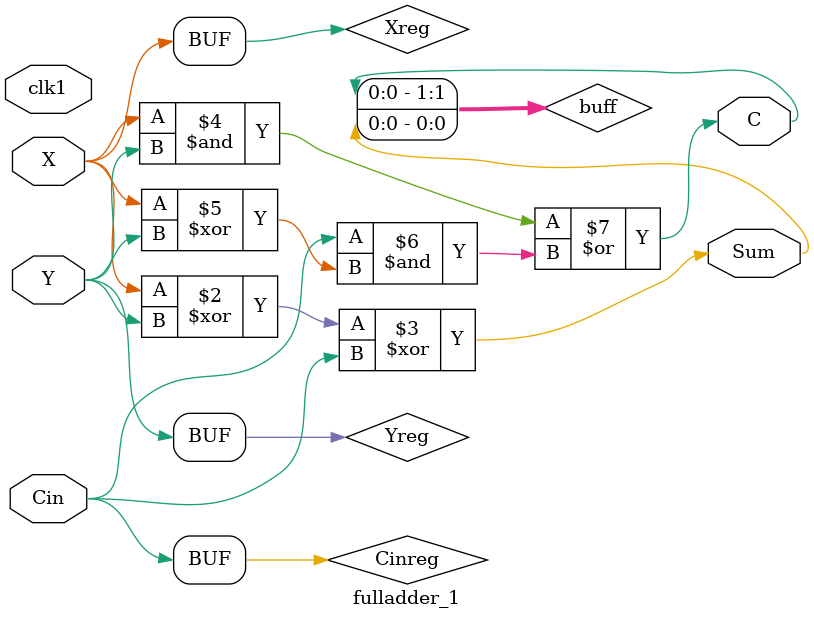
<source format=v>
`timescale 100ps/1ps

module fulladder_1 (
    input  X,
	input  Y,
	input Cin,
	output   C,
    output   Sum,
    input clk1
    );
    
    reg [1:0] buff;
    reg Xreg, Yreg, Cinreg;
    initial begin
        buff = 0;
        Xreg = 0;
        Yreg = 0;
        Cinreg = 0;
    end
    always @ (X,Y,Cin,clk1) begin
        Xreg = X;
        Yreg = Y;
        Cinreg = Cin;

        buff[0] = (Xreg^Yreg)^Cinreg;
        buff[1] = (Xreg&Yreg)|Cinreg&(Xreg^Yreg);
        end
        
    assign  Sum = buff[0];
    assign  C = buff[1];
endmodule
</source>
